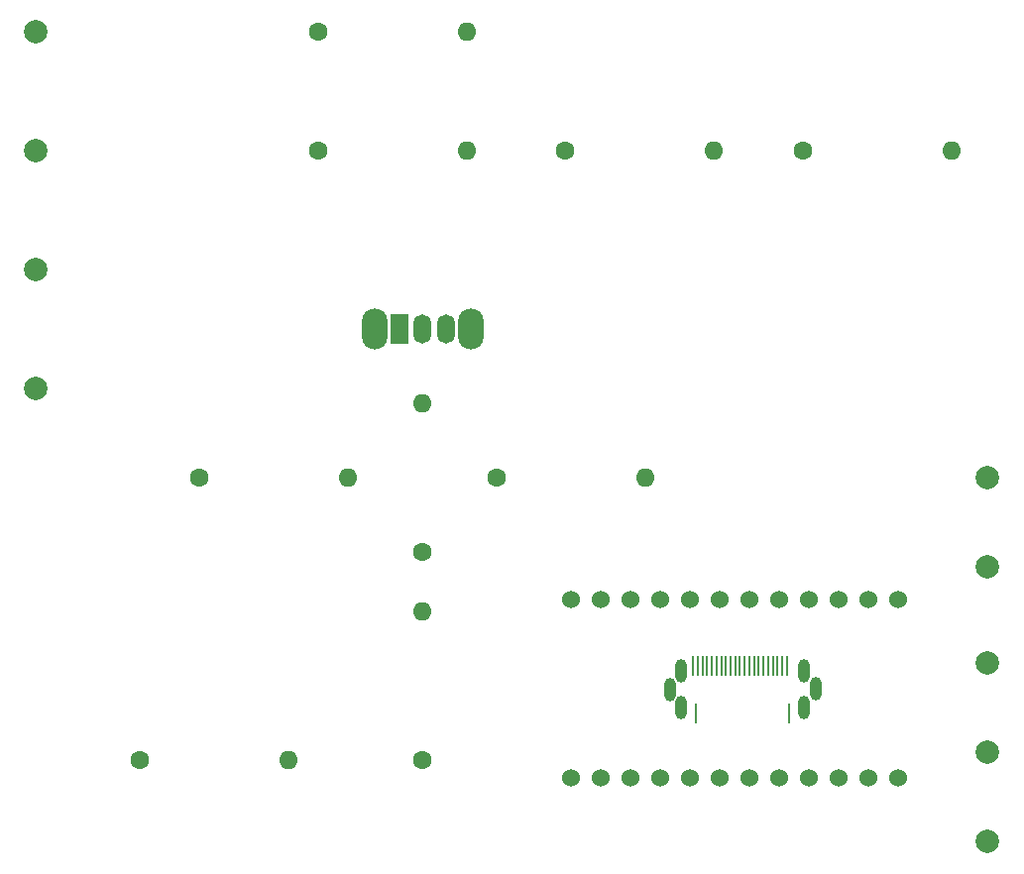
<source format=gbr>
%TF.GenerationSoftware,KiCad,Pcbnew,(7.0.0)*%
%TF.CreationDate,2023-08-25T09:59:11+02:00*%
%TF.ProjectId,JIG SWITCH,4a494720-5357-4495-9443-482e6b696361,rev?*%
%TF.SameCoordinates,Original*%
%TF.FileFunction,Soldermask,Top*%
%TF.FilePolarity,Negative*%
%FSLAX46Y46*%
G04 Gerber Fmt 4.6, Leading zero omitted, Abs format (unit mm)*
G04 Created by KiCad (PCBNEW (7.0.0)) date 2023-08-25 09:59:11*
%MOMM*%
%LPD*%
G01*
G04 APERTURE LIST*
%ADD10C,2.000000*%
%ADD11C,1.600000*%
%ADD12O,1.600000X1.600000*%
%ADD13C,1.524000*%
%ADD14O,2.200000X3.500000*%
%ADD15R,1.500000X2.500000*%
%ADD16O,1.500000X2.500000*%
%ADD17R,0.200000X1.800000*%
%ADD18O,1.000000X2.000000*%
G04 APERTURE END LIST*
D10*
%TO.C,PC RX*%
X36140000Y-57840000D03*
%TD*%
D11*
%TO.C,R3*%
X81280000Y-47680000D03*
D12*
X93979999Y-47679999D03*
%TD*%
D10*
%TO.C,UDC 3/GND*%
X117420000Y-106680000D03*
%TD*%
D11*
%TO.C,R5*%
X69160000Y-81970000D03*
D12*
X69159999Y-69269999D03*
%TD*%
D10*
%TO.C,PC TX*%
X36140000Y-68000000D03*
%TD*%
D11*
%TO.C,R7*%
X45030000Y-99750000D03*
D12*
X57729999Y-99749999D03*
%TD*%
D11*
%TO.C,R9*%
X75510000Y-75620000D03*
D12*
X88209999Y-75619999D03*
%TD*%
D13*
%TO.C,*%
X81860000Y-86011000D03*
X84400000Y-86011000D03*
X86940000Y-86011000D03*
X89480000Y-86011000D03*
X92020000Y-86011000D03*
X94560000Y-86011000D03*
X97100000Y-86011000D03*
X99640000Y-86011000D03*
X102180000Y-86011000D03*
X104720000Y-86011000D03*
X107260000Y-86011000D03*
X109800000Y-86011000D03*
%TD*%
D10*
%TO.C,PC GND*%
X36140000Y-47680000D03*
%TD*%
D14*
%TO.C,PCH2K < > PCH1K/PDEL/VTE*%
X65059999Y-62919999D03*
X73259999Y-62919999D03*
D15*
X67159999Y-62919999D03*
D16*
X69159999Y-62919999D03*
X71159999Y-62919999D03*
%TD*%
D11*
%TO.C,R1*%
X60270000Y-37520000D03*
D12*
X72969999Y-37519999D03*
%TD*%
D11*
%TO.C,R2*%
X60270000Y-47680000D03*
D12*
X72969999Y-47679999D03*
%TD*%
D11*
%TO.C,R8*%
X50110000Y-75620000D03*
D12*
X62809999Y-75619999D03*
%TD*%
D10*
%TO.C,UDC7/D-*%
X117420000Y-75620000D03*
%TD*%
%TO.C,UDC6/D+*%
X117420000Y-83240000D03*
%TD*%
D17*
%TO.C,UDC*%
X92257999Y-91706999D03*
X92657999Y-91706999D03*
X93057999Y-91706999D03*
X93457999Y-91706999D03*
X93857999Y-91706999D03*
X94257999Y-91706999D03*
X94657999Y-91706999D03*
X95057999Y-91706999D03*
X95457999Y-91706999D03*
X95857999Y-91706999D03*
X96257999Y-91706999D03*
X96657999Y-91706999D03*
X97057999Y-91706999D03*
X97457999Y-91706999D03*
X97857999Y-91706999D03*
X98257999Y-91706999D03*
X98657999Y-91706999D03*
X99057999Y-91706999D03*
X99457999Y-91706999D03*
X99857999Y-91706999D03*
X100257999Y-91706999D03*
X92457999Y-95706999D03*
X100457999Y-95706999D03*
D18*
X91257999Y-92106999D03*
X91257999Y-95206999D03*
X90257999Y-93706999D03*
X101757999Y-95206999D03*
X101757999Y-92106999D03*
X102757999Y-93606999D03*
%TD*%
D10*
%TO.C,VCC*%
X36140000Y-37520000D03*
%TD*%
D11*
%TO.C,R4*%
X101600000Y-47680000D03*
D12*
X114299999Y-47679999D03*
%TD*%
D10*
%TO.C,JIG SENSE 1/UDC 11/ID
*%
X117420000Y-91440000D03*
%TD*%
%TO.C,JIG SENSE 2/UDC 12*%
X117420000Y-99060000D03*
%TD*%
D13*
%TO.C,U3*%
X81860000Y-101251000D03*
X84400000Y-101251000D03*
X86940000Y-101251000D03*
X89480000Y-101251000D03*
X92020000Y-101251000D03*
X94560000Y-101251000D03*
X97100000Y-101251000D03*
X99640000Y-101251000D03*
X102180000Y-101251000D03*
X104720000Y-101251000D03*
X107260000Y-101251000D03*
X109800000Y-101251000D03*
%TD*%
D11*
%TO.C,R6*%
X69160000Y-99750000D03*
D12*
X69159999Y-87049999D03*
%TD*%
M02*

</source>
